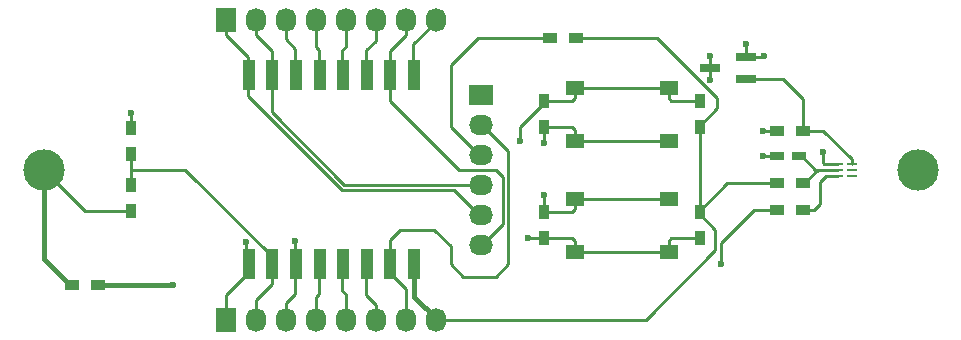
<source format=gbr>
G04 #@! TF.FileFunction,Copper,L1,Top,Signal*
%FSLAX46Y46*%
G04 Gerber Fmt 4.6, Leading zero omitted, Abs format (unit mm)*
G04 Created by KiCad (PCBNEW 4.0.4+e1-6308~48~ubuntu14.04.1-stable) date Sun Nov 27 15:19:37 2016*
%MOMM*%
%LPD*%
G01*
G04 APERTURE LIST*
%ADD10C,0.100000*%
%ADD11C,3.500000*%
%ADD12R,1.200000X0.750000*%
%ADD13R,1.200000X0.900000*%
%ADD14R,2.032000X1.727200*%
%ADD15O,2.032000X1.727200*%
%ADD16R,1.727200X2.032000*%
%ADD17O,1.727200X2.032000*%
%ADD18R,1.800860X0.800100*%
%ADD19R,0.900000X1.200000*%
%ADD20R,0.850000X0.280000*%
%ADD21R,1.550000X1.300000*%
%ADD22R,1.100000X2.500000*%
%ADD23C,0.600000*%
%ADD24C,0.250000*%
%ADD25C,0.400000*%
G04 APERTURE END LIST*
D10*
D11*
X109050000Y-104140000D03*
X183050000Y-104140000D03*
D12*
X173035000Y-102997000D03*
X171135000Y-102997000D03*
D13*
X111422000Y-113919000D03*
X113622000Y-113919000D03*
X154135000Y-92964000D03*
X151935000Y-92964000D03*
D14*
X146050000Y-97790000D03*
D15*
X146050000Y-100330000D03*
X146050000Y-102870000D03*
X146050000Y-105410000D03*
X146050000Y-107950000D03*
X146050000Y-110490000D03*
D16*
X124460000Y-116840000D03*
D17*
X127000000Y-116840000D03*
X129540000Y-116840000D03*
X132080000Y-116840000D03*
X134620000Y-116840000D03*
X137160000Y-116840000D03*
X139700000Y-116840000D03*
X142240000Y-116840000D03*
D16*
X124460000Y-91440000D03*
D17*
X127000000Y-91440000D03*
X129540000Y-91440000D03*
X132080000Y-91440000D03*
X134620000Y-91440000D03*
X137160000Y-91440000D03*
X139700000Y-91440000D03*
X142240000Y-91440000D03*
D18*
X168506140Y-96454000D03*
X168506140Y-94554000D03*
X165503860Y-95504000D03*
D19*
X164592000Y-100541000D03*
X164592000Y-98341000D03*
X151384000Y-98341000D03*
X151384000Y-100541000D03*
X164592000Y-107739000D03*
X164592000Y-109939000D03*
X151384000Y-109939000D03*
X151384000Y-107739000D03*
X116459000Y-107653000D03*
X116459000Y-105453000D03*
X116459000Y-102827000D03*
X116459000Y-100627000D03*
D13*
X173312000Y-100838000D03*
X171112000Y-100838000D03*
D20*
X176336000Y-104640000D03*
X177486000Y-104640000D03*
X176336000Y-104140000D03*
X177486000Y-104140000D03*
X176336000Y-103640000D03*
X177486000Y-103640000D03*
D13*
X171112000Y-107569000D03*
X173312000Y-107569000D03*
X171112000Y-105283000D03*
X173312000Y-105283000D03*
D21*
X161963000Y-101691000D03*
X154013000Y-101691000D03*
X161963000Y-97191000D03*
X154013000Y-97191000D03*
X154013000Y-106589000D03*
X161963000Y-106589000D03*
X154013000Y-111089000D03*
X161963000Y-111089000D03*
D22*
X126413500Y-112140000D03*
X128413500Y-112140000D03*
X130413500Y-112140000D03*
X132413500Y-112140000D03*
X134413500Y-112140000D03*
X136413500Y-112140000D03*
X138413500Y-112140000D03*
X140413500Y-112140000D03*
X140413500Y-96140000D03*
X138413500Y-96140000D03*
X136413500Y-96140000D03*
X134413500Y-96140000D03*
X132413500Y-96140000D03*
X130413500Y-96140000D03*
X128413500Y-96140000D03*
X126413500Y-96140000D03*
D23*
X168503600Y-93497400D03*
X175006000Y-102616000D03*
X170053000Y-94488000D03*
X169926000Y-100838000D03*
X169926000Y-102997000D03*
X120015000Y-113919000D03*
X151384000Y-106299000D03*
X151384000Y-101854000D03*
X166370000Y-112141000D03*
X165481000Y-96520000D03*
X165481000Y-94488000D03*
X116459000Y-99314000D03*
X126174500Y-110236000D03*
X149352000Y-101663500D03*
X130302000Y-110172500D03*
X150050500Y-109918500D03*
D24*
X174605000Y-104140000D02*
X174403000Y-104140000D01*
X174403000Y-104140000D02*
X173260000Y-102997000D01*
X173260000Y-102997000D02*
X173035000Y-102997000D01*
X176336000Y-104140000D02*
X174605000Y-104140000D01*
X174605000Y-104140000D02*
X173462000Y-105283000D01*
X173462000Y-105283000D02*
X173312000Y-105283000D01*
X168506140Y-94554000D02*
X168506140Y-93499940D01*
X168506140Y-93499940D02*
X168503600Y-93497400D01*
X175006000Y-103515000D02*
X175006000Y-102616000D01*
X176336000Y-103640000D02*
X175131000Y-103640000D01*
X175131000Y-103640000D02*
X175006000Y-103515000D01*
X168506140Y-94554000D02*
X169987000Y-94554000D01*
X169987000Y-94554000D02*
X170053000Y-94488000D01*
X171112000Y-100838000D02*
X169926000Y-100838000D01*
X171135000Y-102997000D02*
X169926000Y-102997000D01*
D25*
X109050000Y-104140000D02*
X109050000Y-111697000D01*
X109050000Y-111697000D02*
X111272000Y-113919000D01*
X111272000Y-113919000D02*
X111422000Y-113919000D01*
D24*
X116459000Y-107653000D02*
X112563000Y-107653000D01*
X112563000Y-107653000D02*
X109050000Y-104140000D01*
D25*
X142240000Y-116840000D02*
X142240000Y-116687600D01*
X142240000Y-116687600D02*
X140413500Y-114861100D01*
X140413500Y-114861100D02*
X140413500Y-112140000D01*
X113622000Y-113919000D02*
X120015000Y-113919000D01*
D24*
X164592000Y-107739000D02*
X164592000Y-107889000D01*
X164592000Y-107889000D02*
X165919991Y-109216991D01*
X165919990Y-110940010D02*
X160020000Y-116840000D01*
X165919991Y-109216991D02*
X165919990Y-110940010D01*
X160020000Y-116840000D02*
X142240000Y-116840000D01*
X171112000Y-105283000D02*
X166898000Y-105283000D01*
X166898000Y-105283000D02*
X164592000Y-107589000D01*
X164592000Y-107589000D02*
X164592000Y-107739000D01*
X164592000Y-100541000D02*
X164592000Y-107739000D01*
X166052500Y-98016502D02*
X166052500Y-98930500D01*
X166052500Y-98930500D02*
X164592000Y-100391000D01*
X164592000Y-100391000D02*
X164592000Y-100541000D01*
X154135000Y-92964000D02*
X160999998Y-92964000D01*
X160999998Y-92964000D02*
X166052500Y-98016502D01*
X171112000Y-105283000D02*
X170962000Y-105283000D01*
X151935000Y-92964000D02*
X145796000Y-92964000D01*
X143510000Y-95250000D02*
X143510000Y-100482400D01*
X145796000Y-92964000D02*
X143510000Y-95250000D01*
X143510000Y-100482400D02*
X145897600Y-102870000D01*
X145897600Y-102870000D02*
X146050000Y-102870000D01*
X151384000Y-107739000D02*
X151384000Y-106299000D01*
X151384000Y-100541000D02*
X151384000Y-101854000D01*
X169164000Y-107569000D02*
X166370000Y-110363000D01*
X166370000Y-110363000D02*
X166370000Y-112141000D01*
X171112000Y-107569000D02*
X169164000Y-107569000D01*
X165503860Y-95504000D02*
X165503860Y-96497140D01*
X165503860Y-96497140D02*
X165481000Y-96520000D01*
X165503860Y-95504000D02*
X165503860Y-94510860D01*
X165503860Y-94510860D02*
X165481000Y-94488000D01*
X146601000Y-98341000D02*
X146050000Y-97790000D01*
X116459000Y-100627000D02*
X116459000Y-99314000D01*
X142240000Y-91440000D02*
X142240000Y-91592400D01*
X142240000Y-91592400D02*
X140350000Y-93482400D01*
X140350000Y-93482400D02*
X140350000Y-96140000D01*
X154013000Y-106589000D02*
X161963000Y-106589000D01*
X151384000Y-107739000D02*
X153763000Y-107739000D01*
X153763000Y-107739000D02*
X154013000Y-107489000D01*
X154013000Y-107489000D02*
X154013000Y-106589000D01*
X154013000Y-101691000D02*
X161963000Y-101691000D01*
X154013000Y-101691000D02*
X154013000Y-100791000D01*
X154013000Y-100791000D02*
X153763000Y-100541000D01*
X153763000Y-100541000D02*
X151384000Y-100541000D01*
X147320000Y-113220500D02*
X148405010Y-112135490D01*
X148405010Y-112135490D02*
X148405010Y-102532610D01*
X148405010Y-102532610D02*
X146202400Y-100330000D01*
X146202400Y-100330000D02*
X146050000Y-100330000D01*
X144589500Y-113220500D02*
X147320000Y-113220500D01*
X143510000Y-112141000D02*
X144589500Y-113220500D01*
X143510000Y-110617000D02*
X143510000Y-112141000D01*
X142113000Y-109220000D02*
X143510000Y-110617000D01*
X139192000Y-109220000D02*
X142113000Y-109220000D01*
X138366500Y-110045500D02*
X139192000Y-109220000D01*
X138366500Y-111423500D02*
X138366500Y-110045500D01*
X138350000Y-111440000D02*
X138366500Y-111423500D01*
X138350000Y-111440000D02*
X138350000Y-112140000D01*
X138350000Y-112140000D02*
X138350000Y-112840000D01*
X138350000Y-112840000D02*
X139700000Y-114190000D01*
X139700000Y-114190000D02*
X139700000Y-116840000D01*
X128350000Y-99267000D02*
X134493000Y-105410000D01*
X134493000Y-105410000D02*
X146050000Y-105410000D01*
X128350000Y-96140000D02*
X128350000Y-99267000D01*
X128350000Y-96140000D02*
X128350000Y-96840000D01*
X127000000Y-91440000D02*
X127000000Y-92706000D01*
X127000000Y-92706000D02*
X128350000Y-94056000D01*
X128350000Y-94056000D02*
X128350000Y-96140000D01*
X126350000Y-96140000D02*
X126350000Y-97903410D01*
X126350000Y-97903410D02*
X134306600Y-105860010D01*
X134306600Y-105860010D02*
X143807610Y-105860010D01*
X143807610Y-105860010D02*
X145897600Y-107950000D01*
X145897600Y-107950000D02*
X146050000Y-107950000D01*
X126350000Y-96840000D02*
X126350000Y-96140000D01*
X126365000Y-94611000D02*
X126350000Y-94626000D01*
X126350000Y-94626000D02*
X126350000Y-96140000D01*
X124460000Y-91440000D02*
X124460000Y-92706000D01*
X124460000Y-92706000D02*
X126365000Y-94611000D01*
X144208500Y-104140000D02*
X138350000Y-98281500D01*
X138350000Y-98281500D02*
X138350000Y-96140000D01*
X147383500Y-104140000D02*
X144208500Y-104140000D01*
X147955000Y-104711500D02*
X147383500Y-104140000D01*
X147955000Y-108737400D02*
X147955000Y-104711500D01*
X146050000Y-110490000D02*
X146202400Y-110490000D01*
X146202400Y-110490000D02*
X147955000Y-108737400D01*
X146050000Y-110490000D02*
X145343348Y-110490000D01*
X138350000Y-94056000D02*
X138350000Y-96140000D01*
X139700000Y-91440000D02*
X139700000Y-92706000D01*
X139700000Y-92706000D02*
X138350000Y-94056000D01*
X164592000Y-98341000D02*
X162213000Y-98341000D01*
X162213000Y-98341000D02*
X161963000Y-98091000D01*
X161963000Y-98091000D02*
X161963000Y-97191000D01*
X126174500Y-110236000D02*
X126174500Y-111964500D01*
X126174500Y-111964500D02*
X126350000Y-112140000D01*
X151384000Y-98341000D02*
X151384000Y-98491000D01*
X151384000Y-98491000D02*
X149352000Y-100523000D01*
X149352000Y-100523000D02*
X149352000Y-101663500D01*
X164592000Y-98491000D02*
X164592000Y-98341000D01*
X161963000Y-97191000D02*
X154013000Y-97191000D01*
X151384000Y-98341000D02*
X153763000Y-98341000D01*
X153763000Y-98341000D02*
X154013000Y-98091000D01*
X154013000Y-98091000D02*
X154013000Y-97191000D01*
X126186558Y-111976558D02*
X126350000Y-112140000D01*
X126222000Y-112268000D02*
X126350000Y-112140000D01*
X126350000Y-112140000D02*
X126350000Y-112840000D01*
X124460000Y-114730000D02*
X124460000Y-116840000D01*
X126350000Y-112840000D02*
X124460000Y-114730000D01*
X116459000Y-104140000D02*
X116459000Y-105453000D01*
X116459000Y-102827000D02*
X116459000Y-104140000D01*
X116459000Y-104140000D02*
X121050000Y-104140000D01*
X121050000Y-104140000D02*
X128350000Y-111440000D01*
X128350000Y-111440000D02*
X128350000Y-112140000D01*
X128350000Y-113839000D02*
X127000000Y-115189000D01*
X127000000Y-115189000D02*
X127000000Y-116840000D01*
X128350000Y-112140000D02*
X128350000Y-113839000D01*
X164592000Y-109939000D02*
X162213000Y-109939000D01*
X162213000Y-109939000D02*
X161963000Y-110189000D01*
X161963000Y-110189000D02*
X161963000Y-111089000D01*
X130302000Y-110172500D02*
X130302000Y-112092000D01*
X130302000Y-112092000D02*
X130350000Y-112140000D01*
X151384000Y-109939000D02*
X150071000Y-109939000D01*
X150071000Y-109939000D02*
X150050500Y-109918500D01*
X164592000Y-109789000D02*
X164592000Y-109939000D01*
X161963000Y-111089000D02*
X154013000Y-111089000D01*
X151384000Y-109939000D02*
X153763000Y-109939000D01*
X154013000Y-110189000D02*
X154013000Y-111089000D01*
X153763000Y-109939000D02*
X154013000Y-110189000D01*
X129540000Y-115443000D02*
X130350000Y-114633000D01*
X130350000Y-114633000D02*
X130350000Y-112140000D01*
X129540000Y-116840000D02*
X129540000Y-115443000D01*
X132080000Y-114935000D02*
X132350000Y-114665000D01*
X132350000Y-114665000D02*
X132350000Y-112140000D01*
X132080000Y-116840000D02*
X132080000Y-114935000D01*
X134620000Y-116840000D02*
X134620000Y-114681000D01*
X134620000Y-114681000D02*
X134350000Y-114411000D01*
X134350000Y-114411000D02*
X134350000Y-112140000D01*
X136350000Y-112140000D02*
X136350000Y-114764000D01*
X136350000Y-114764000D02*
X137160000Y-115574000D01*
X137160000Y-115574000D02*
X137160000Y-116840000D01*
X129540000Y-93091000D02*
X130350000Y-93901000D01*
X130350000Y-93901000D02*
X130350000Y-96140000D01*
X129540000Y-91440000D02*
X129540000Y-93091000D01*
X132080000Y-93726000D02*
X132350000Y-93996000D01*
X132350000Y-93996000D02*
X132350000Y-96140000D01*
X132080000Y-91440000D02*
X132080000Y-93726000D01*
X134620000Y-93726000D02*
X134350000Y-93996000D01*
X134350000Y-93996000D02*
X134350000Y-96140000D01*
X134620000Y-91440000D02*
X134620000Y-93726000D01*
X137160000Y-93218000D02*
X136350000Y-94028000D01*
X136350000Y-94028000D02*
X136350000Y-96140000D01*
X137160000Y-91440000D02*
X137160000Y-93218000D01*
X171638000Y-96454000D02*
X173312000Y-98128000D01*
X173312000Y-98128000D02*
X173312000Y-100838000D01*
X168506140Y-96454000D02*
X171638000Y-96454000D01*
X173312000Y-100838000D02*
X175074000Y-100838000D01*
X175074000Y-100838000D02*
X177486000Y-103250000D01*
X177486000Y-103250000D02*
X177486000Y-103640000D01*
X176336000Y-104640000D02*
X175268000Y-104640000D01*
X175268000Y-104640000D02*
X174752000Y-105156000D01*
X174752000Y-105156000D02*
X174752000Y-107061000D01*
X174752000Y-107061000D02*
X174244000Y-107569000D01*
X174244000Y-107569000D02*
X173312000Y-107569000D01*
M02*

</source>
